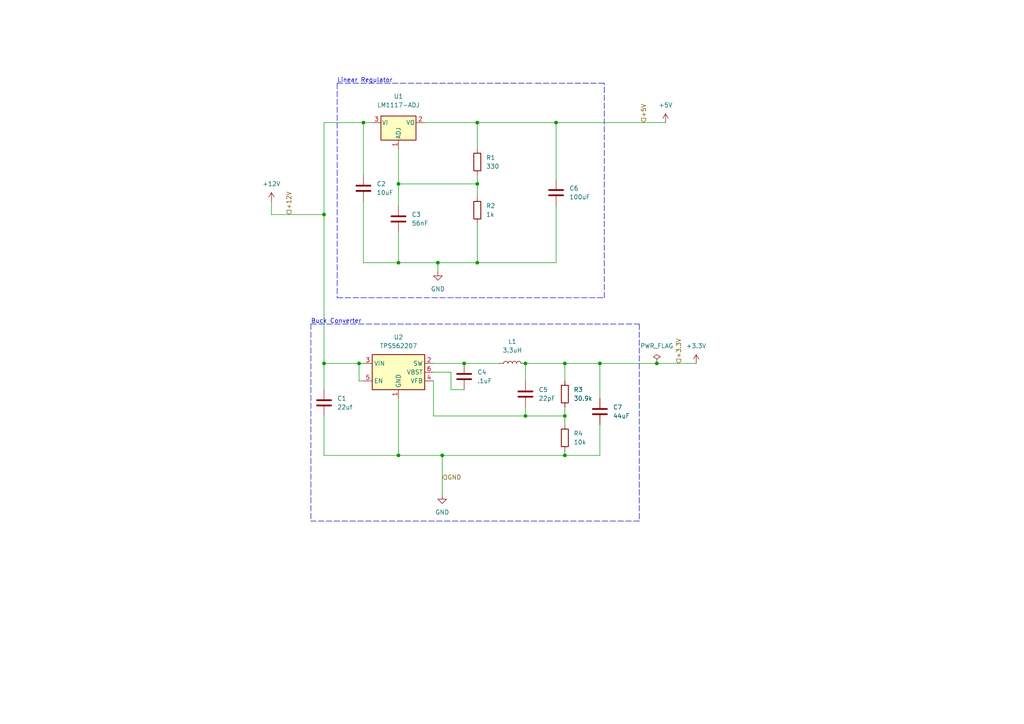
<source format=kicad_sch>
(kicad_sch (version 20211123) (generator eeschema)
  (paper "A4")
  (title_block (title "Power Subsystem") (date "2022-10-12") (company "Team 51 - Kool Keg") (comment 1 "By: Jared Nutt"))
  (lib_symbols
    (symbol "Device:C" (pin_numbers hide) (pin_names (offset 0.254))
      (property "Reference" "C" (at 0.635 2.54 0))
      (property "Value" "C" (at 0.635 -2.54 0))
      (symbol "C_0_1"
        (polyline (pts (xy -2.032 -0.762) (xy 2.032 -0.762)) (stroke (width 0.508)))
        (polyline (pts (xy -2.032 0.762) (xy 2.032 0.762)) (stroke (width 0.508)))
      )
      (symbol "C_1_1"
        (pin passive line (at 0 3.81 270) (length 2.794) (name "~") (number "1"))
        (pin passive line (at 0 -3.81 90) (length 2.794) (name "~") (number "2"))
      )
    )
    (symbol "Device:L" (pin_numbers hide) (pin_names (offset 1.016) hide)
      (property "Reference" "L" (at -1.27 0 90))
      (property "Value" "L" (at 1.905 0 90))
      (symbol "L_0_1"
        (arc (start 0 -2.54) (mid 0.635 -1.905) (end 0 -1.27))
        (arc (start 0 -1.27) (mid 0.635 -0.635) (end 0 0))
        (arc (start 0 0) (mid 0.635 0.635) (end 0 1.27))
        (arc (start 0 1.27) (mid 0.635 1.905) (end 0 2.54))
      )
      (symbol "L_1_1"
        (pin passive line (at 0 3.81 270) (length 1.27) (name "1") (number "1"))
        (pin passive line (at 0 -3.81 90) (length 1.27) (name "2") (number "2"))
      )
    )
    (symbol "Device:R" (pin_numbers hide) (pin_names (offset 0))
      (property "Reference" "R" (at 2.032 0 90))
      (property "Value" "R" (at 0 0 90))
      (symbol "R_0_1"
        (rectangle (start -1.016 -2.54) (end 1.016 2.54) (stroke (width 0.254)))
      )
      (symbol "R_1_1"
        (pin passive line (at 0 3.81 270) (length 1.27) (name "~") (number "1"))
        (pin passive line (at 0 -3.81 90) (length 1.27) (name "~") (number "2"))
      )
    )
    (symbol "Regulator_Linear:LM1117-ADJ" (pin_names (offset 0.254))
      (property "Reference" "U" (at -3.81 3.175 0))
      (property "Value" "LM1117-ADJ" (at 0 3.175 0))
      (symbol "LM1117-ADJ_0_1"
        (rectangle (start -5.08 -5.08) (end 5.08 1.905) (stroke (width 0.254)) (fill (type background)))
      )
      (symbol "LM1117-ADJ_1_1"
        (pin input line (at 0 -7.62 90) (length 2.54) (name "ADJ") (number "1"))
        (pin power_out line (at 7.62 0 180) (length 2.54) (name "VO") (number "2"))
        (pin power_in line (at -7.62 0 0) (length 2.54) (name "VI") (number "3"))
      )
    )
    (symbol "Regulator_Switching:TPS562200"
      (property "Reference" "U" (at -7.62 6.35 0))
      (property "Value" "TPS562200" (at -2.54 6.35 0))
      (symbol "TPS562200_0_1"
        (rectangle (start -7.62 5.08) (end 7.62 -5.08) (stroke (width 0.254)) (fill (type background)))
      )
      (symbol "TPS562200_1_1"
        (pin power_in line (at 0 -7.62 90) (length 2.54) (name "GND") (number "1"))
        (pin output line (at 10.16 2.54 180) (length 2.54) (name "SW") (number "2"))
        (pin power_in line (at -10.16 2.54 0) (length 2.54) (name "VIN") (number "3"))
        (pin input line (at 10.16 -2.54 180) (length 2.54) (name "VFB") (number "4"))
        (pin input line (at -10.16 -2.54 0) (length 2.54) (name "EN") (number "5"))
        (pin passive line (at 10.16 0 180) (length 2.54) (name "VBST") (number "6"))
      )
    )
    (symbol "power:+12V" (power) (pin_names (offset 0))
      (property "Value" "+12V" (at 0 3.556 0))
      (symbol "+12V_0_1"
        (polyline (pts (xy -0.762 1.27) (xy 0 2.54)))
        (polyline (pts (xy 0 0) (xy 0 2.54)))
        (polyline (pts (xy 0 2.54) (xy 0.762 1.27)))
      )
      (symbol "+12V_1_1"
        (pin power_in line (at 0 0 90) (length 0) hide (name "+12V") (number "1"))
      )
    )
    (symbol "power:+3.3V" (power) (pin_names (offset 0))
      (property "Value" "+3.3V" (at 0 3.556 0))
      (symbol "+3.3V_0_1"
        (polyline (pts (xy -0.762 1.27) (xy 0 2.54)))
        (polyline (pts (xy 0 0) (xy 0 2.54)))
        (polyline (pts (xy 0 2.54) (xy 0.762 1.27)))
      )
      (symbol "+3.3V_1_1"
        (pin power_in line (at 0 0 90) (length 0) hide (name "+3.3V") (number "1"))
      )
    )
    (symbol "power:+5V" (power) (pin_names (offset 0))
      (property "Value" "+5V" (at 0 3.556 0))
      (symbol "+5V_0_1"
        (polyline (pts (xy -0.762 1.27) (xy 0 2.54)))
        (polyline (pts (xy 0 0) (xy 0 2.54)))
        (polyline (pts (xy 0 2.54) (xy 0.762 1.27)))
      )
      (symbol "+5V_1_1"
        (pin power_in line (at 0 0 90) (length 0) hide (name "+5V") (number "1"))
      )
    )
    (symbol "power:GND" (power) (pin_names (offset 0))
      (property "Value" "GND" (at 0 -3.81 0))
      (symbol "GND_0_1"
        (polyline (pts (xy 0 0) (xy 0 -1.27) (xy 1.27 -1.27) (xy 0 -2.54) (xy -1.27 -1.27) (xy 0 -1.27)))
      )
      (symbol "GND_1_1"
        (pin power_in line (at 0 0 270) (length 0) hide (name "GND") (number "1"))
      )
    )
    (symbol "power:PWR_FLAG" (power) (pin_numbers hide) (pin_names (offset 0) hide)
      (property "Value" "PWR_FLAG" (at 0 3.81 0))
      (symbol "PWR_FLAG_0_0"
        (pin power_out line (at 0 0 90) (length 0) (name "pwr") (number "1"))
      )
      (symbol "PWR_FLAG_0_1"
        (polyline (pts (xy 0 0) (xy 0 1.27) (xy -1.016 1.905) (xy 0 2.54) (xy 1.016 1.905) (xy 0 1.27)))
      )
    )
  )
  (junction (at 127 76.2))
  (junction (at 163.83 105.41))
  (junction (at 104.14 105.41))
  (junction (at 152.4 105.41))
  (junction (at 152.4 120.65))
  (junction (at 105.41 35.56))
  (junction (at 115.57 76.2))
  (junction (at 93.98 105.41))
  (junction (at 138.43 35.56))
  (junction (at 161.29 35.56))
  (junction (at 138.43 76.2))
  (junction (at 163.83 120.65))
  (junction (at 173.99 105.41))
  (junction (at 190.5 105.41))
  (junction (at 134.62 105.41))
  (junction (at 93.98 62.23))
  (junction (at 128.27 132.08))
  (junction (at 115.57 132.08))
  (junction (at 115.57 53.34))
  (junction (at 138.43 53.34))
  (junction (at 163.83 132.08))
  (wire (pts (xy 138.43 64.77) (xy 138.43 76.2)))
  (wire (pts (xy 128.27 132.08) (xy 115.57 132.08)))
  (wire (pts (xy 152.4 120.65) (xy 125.73 120.65)))
  (wire (pts (xy 163.83 120.65) (xy 163.83 123.19)))
  (wire (pts (xy 190.5 105.41) (xy 201.93 105.41)))
  (wire (pts (xy 93.98 35.56) (xy 93.98 62.23)))
  (wire (pts (xy 115.57 43.18) (xy 115.57 53.34)))
  (polyline (pts (xy 97.79 24.13) (xy 154.94 24.13)))
  (wire (pts (xy 173.99 105.41) (xy 190.5 105.41)))
  (wire (pts (xy 115.57 67.31) (xy 115.57 76.2)))
  (wire (pts (xy 93.98 132.08) (xy 115.57 132.08)))
  (wire (pts (xy 161.29 35.56) (xy 161.29 52.07)))
  (polyline (pts (xy 154.94 24.13) (xy 154.94 24.13)))
  (wire (pts (xy 138.43 35.56) (xy 161.29 35.56)))
  (wire (pts (xy 152.4 118.11) (xy 152.4 120.65)))
  (wire (pts (xy 125.73 110.49) (xy 125.73 120.65)))
  (wire (pts (xy 78.74 58.42) (xy 78.74 62.23)))
  (polyline (pts (xy 97.79 24.13) (xy 97.79 86.36)))
  (wire (pts (xy 161.29 76.2) (xy 138.43 76.2)))
  (wire (pts (xy 93.98 113.03) (xy 93.98 105.41)))
  (wire (pts (xy 93.98 105.41) (xy 104.14 105.41)))
  (wire (pts (xy 152.4 105.41) (xy 163.83 105.41)))
  (wire (pts (xy 161.29 35.56) (xy 193.04 35.56)))
  (wire (pts (xy 115.57 53.34) (xy 138.43 53.34)))
  (polyline (pts (xy 97.79 86.36) (xy 175.26 86.36)))
  (wire (pts (xy 115.57 115.57) (xy 115.57 132.08)))
  (polyline (pts (xy 175.26 86.36) (xy 175.26 24.13)))
  (wire (pts (xy 163.83 120.65) (xy 152.4 120.65)))
  (wire (pts (xy 130.81 107.95) (xy 125.73 107.95)))
  (wire (pts (xy 115.57 76.2) (xy 127 76.2)))
  (wire (pts (xy 105.41 35.56) (xy 107.95 35.56)))
  (wire (pts (xy 134.62 113.03) (xy 130.81 113.03)))
  (wire (pts (xy 105.41 58.42) (xy 105.41 76.2)))
  (polyline (pts (xy 175.26 24.13) (xy 154.94 24.13)))
  (wire (pts (xy 127 78.74) (xy 127 76.2)))
  (wire (pts (xy 115.57 53.34) (xy 115.57 59.69)))
  (wire (pts (xy 138.43 53.34) (xy 138.43 57.15)))
  (wire (pts (xy 78.74 62.23) (xy 93.98 62.23)))
  (wire (pts (xy 163.83 105.41) (xy 163.83 110.49)))
  (wire (pts (xy 134.62 105.41) (xy 144.78 105.41)))
  (wire (pts (xy 138.43 35.56) (xy 138.43 43.18)))
  (wire (pts (xy 161.29 59.69) (xy 161.29 76.2)))
  (wire (pts (xy 123.19 35.56) (xy 138.43 35.56)))
  (wire (pts (xy 138.43 50.8) (xy 138.43 53.34)))
  (wire (pts (xy 93.98 62.23) (xy 93.98 105.41)))
  (wire (pts (xy 93.98 35.56) (xy 105.41 35.56)))
  (polyline (pts (xy 90.17 93.98) (xy 185.42 93.98)))
  (wire (pts (xy 152.4 105.41) (xy 152.4 110.49)))
  (wire (pts (xy 104.14 105.41) (xy 104.14 110.49)))
  (wire (pts (xy 163.83 130.81) (xy 163.83 132.08)))
  (wire (pts (xy 130.81 113.03) (xy 130.81 107.95)))
  (wire (pts (xy 173.99 123.19) (xy 173.99 132.08)))
  (wire (pts (xy 138.43 76.2) (xy 127 76.2)))
  (wire (pts (xy 104.14 105.41) (xy 105.41 105.41)))
  (wire (pts (xy 104.14 110.49) (xy 105.41 110.49)))
  (wire (pts (xy 163.83 118.11) (xy 163.83 120.65)))
  (wire (pts (xy 163.83 132.08) (xy 128.27 132.08)))
  (wire (pts (xy 125.73 105.41) (xy 134.62 105.41)))
  (wire (pts (xy 163.83 105.41) (xy 173.99 105.41)))
  (wire (pts (xy 173.99 132.08) (xy 163.83 132.08)))
  (wire (pts (xy 173.99 105.41) (xy 173.99 115.57)))
  (wire (pts (xy 128.27 132.08) (xy 128.27 143.51)))
  (wire (pts (xy 93.98 120.65) (xy 93.98 132.08)))
  (wire (pts (xy 105.41 76.2) (xy 115.57 76.2)))
  (polyline (pts (xy 185.42 151.13) (xy 90.17 151.13)))
  (polyline (pts (xy 185.42 93.98) (xy 185.42 151.13)))
  (polyline (pts (xy 90.17 93.98) (xy 90.17 151.13)))
  (wire (pts (xy 105.41 35.56) (xy 105.41 50.8)))
  (text "Buck Converter" (at 90.17 93.98 0) (effects (font (size 1.27 1.27)) (justify left bottom)))
  (text "Linear Regulator" (at 97.79 24.13 0) (effects (font (size 1.27 1.27)) (justify left bottom)))
  (hierarchical_label "+3.3V" (shape input) (at 196.85 105.41 90))
  (hierarchical_label "+12V" (shape input) (at 83.82 62.23 90))
  (hierarchical_label "+5V" (shape input) (at 186.69 35.56 90))
  (hierarchical_label "GND" (shape input) (at 128.27 138.43 0))
  (symbol (lib_id "power:PWR_FLAG") (at 190.5 105.41 0) (unit 1)
    (property "Reference" "#FLG0104" (effects hide))
    (property "Value" "PWR_FLAG" (at 190.5 100.33 0))
  )
  (symbol (lib_id "Device:R") (at 138.43 46.99 0) (unit 1)
    (property "Reference" "R1" (at 140.97 45.7199 0) (effects (justify left)))
    (property "Value" "330" (at 140.97 48.2599 0) (effects (justify left)))
    (property "Footprint" "Resistor_SMD:R_0805_2012Metric_Pad1.20x1.40mm_HandSolder" (effects hide))
  )
  (symbol (lib_id "Device:L") (at 148.59 105.41 90) (unit 1)
    (property "Reference" "L1" (at 148.59 99.06 90))
    (property "Value" "3.3uH" (at 148.59 101.6 90))
    (property "Footprint" "Inductor_SMD:L_Bourns_SRN6045TA" (effects hide))
  )
  (symbol (lib_id "Device:R") (at 163.83 127 0) (unit 1)
    (property "Reference" "R4" (at 166.37 125.7299 0) (effects (justify left)))
    (property "Value" "10k" (at 166.37 128.2699 0) (effects (justify left)))
    (property "Footprint" "Resistor_SMD:R_0805_2012Metric_Pad1.20x1.40mm_HandSolder" (effects hide))
  )
  (symbol (lib_id "Device:C") (at 134.62 109.22 0) (unit 1)
    (property "Reference" "C4" (at 138.43 107.9499 0) (effects (justify left)))
    (property "Value" ".1uF" (at 138.43 110.4899 0) (effects (justify left)))
    (property "Footprint" "Capacitor_SMD:C_0805_2012Metric_Pad1.18x1.45mm_HandSolder" (effects hide))
  )
  (symbol (lib_id "Device:C") (at 173.99 119.38 0) (unit 1)
    (property "Reference" "C7" (at 177.8 118.1099 0) (effects (justify left)))
    (property "Value" "44uF" (at 177.8 120.6499 0) (effects (justify left)))
    (property "Footprint" "Capacitor_SMD:C_0805_2012Metric_Pad1.18x1.45mm_HandSolder" (effects hide))
  )
  (symbol (lib_id "Device:C") (at 152.4 114.3 0) (unit 1)
    (property "Reference" "C5" (at 156.21 113.03 0) (effects (justify left)))
    (property "Value" "22pF" (at 156.21 115.57 0) (effects (justify left)))
    (property "Footprint" "Capacitor_SMD:C_0805_2012Metric_Pad1.18x1.45mm_HandSolder" (effects hide))
  )
  (symbol (lib_id "Device:R") (at 163.83 114.3 0) (unit 1)
    (property "Reference" "R3" (at 166.37 113.0299 0) (effects (justify left)))
    (property "Value" "30.9k" (at 166.37 115.5699 0) (effects (justify left)))
    (property "Footprint" "Resistor_SMD:R_0805_2012Metric_Pad1.20x1.40mm_HandSolder" (effects hide))
  )
  (symbol (lib_id "power:GND") (at 127 78.74 0) (unit 1)
    (property "Reference" "#PWR0110" (effects hide))
    (property "Value" "GND" (at 127 83.82 0))
  )
  (symbol (lib_id "Device:C") (at 161.29 55.88 0) (unit 1)
    (property "Reference" "C6" (at 165.1 54.6099 0) (effects (justify left)))
    (property "Value" "100uF" (at 165.1 57.1499 0) (effects (justify left)))
    (property "Footprint" "Capacitor_SMD:CP_Elec_6.3x5.8" (effects hide))
  )
  (symbol (lib_id "power:GND") (at 128.27 143.51 0) (unit 1)
    (property "Reference" "#PWR0112" (effects hide))
    (property "Value" "GND" (at 128.27 148.59 0))
  )
  (symbol (lib_id "Regulator_Switching:TPS562200") (at 115.57 107.95 0) (unit 1)
    (property "Reference" "U2" (at 115.57 97.79 0))
    (property "Value" "TPS562207" (at 115.57 100.33 0))
    (property "Footprint" "Package_TO_SOT_SMD:SOT-23-6" (effects hide))
    (property "Datasheet" "http://www.ti.com/lit/ds/symlink/tps563200.pdf" (effects hide))
  )
  (symbol (lib_id "Regulator_Linear:LM1117-ADJ") (at 115.57 35.56 0) (unit 1)
    (property "Reference" "U1" (at 115.57 27.94 0))
    (property "Value" "LM1117-ADJ" (at 115.57 30.48 0))
    (property "Footprint" "Package_TO_SOT_SMD:SOT-223-3_TabPin2" (effects hide))
    (property "Datasheet" "http://www.ti.com/lit/ds/symlink/lm1117.pdf" (effects hide))
  )
  (symbol (lib_id "Device:C") (at 115.57 63.5 0) (unit 1)
    (property "Reference" "C3" (at 119.38 62.2299 0) (effects (justify left)))
    (property "Value" "56nF" (at 119.38 64.7699 0) (effects (justify left)))
    (property "Footprint" "Capacitor_SMD:C_0805_2012Metric_Pad1.18x1.45mm_HandSolder" (effects hide))
  )
  (symbol (lib_id "Device:C") (at 105.41 54.61 0) (unit 1)
    (property "Reference" "C2" (at 109.22 53.3399 0) (effects (justify left)))
    (property "Value" "10uF" (at 109.22 55.8799 0) (effects (justify left)))
    (property "Footprint" "Capacitor_SMD:CP_Elec_4x5.8" (effects hide))
  )
  (symbol (lib_id "Device:R") (at 138.43 60.96 0) (unit 1)
    (property "Reference" "R2" (at 140.97 59.6899 0) (effects (justify left)))
    (property "Value" "1k" (at 140.97 62.2299 0) (effects (justify left)))
    (property "Footprint" "Resistor_SMD:R_0805_2012Metric_Pad1.20x1.40mm_HandSolder" (effects hide))
  )
  (symbol (lib_id "power:+12V") (at 78.74 58.42 0) (unit 1)
    (property "Reference" "#PWR0109" (effects hide))
    (property "Value" "+12V" (at 78.74 53.34 0))
  )
  (symbol (lib_id "Device:C") (at 93.98 116.84 0) (unit 1)
    (property "Reference" "C1" (at 97.79 115.5699 0) (effects (justify left)))
    (property "Value" "22uf" (at 97.79 118.1099 0) (effects (justify left)))
    (property "Footprint" "Capacitor_SMD:C_0805_2012Metric_Pad1.18x1.45mm_HandSolder" (effects hide))
  )
  (symbol (lib_id "power:+5V") (at 193.04 35.56 0) (unit 1)
    (property "Reference" "#PWR0113" (effects hide))
    (property "Value" "+5V" (at 193.04 30.48 0))
  )
  (symbol (lib_id "power:+3.3V") (at 201.93 105.41 0) (unit 1)
    (property "Reference" "#PWR0111" (effects hide))
    (property "Value" "+3.3V" (at 201.93 100.33 0))
  )
)
</source>
